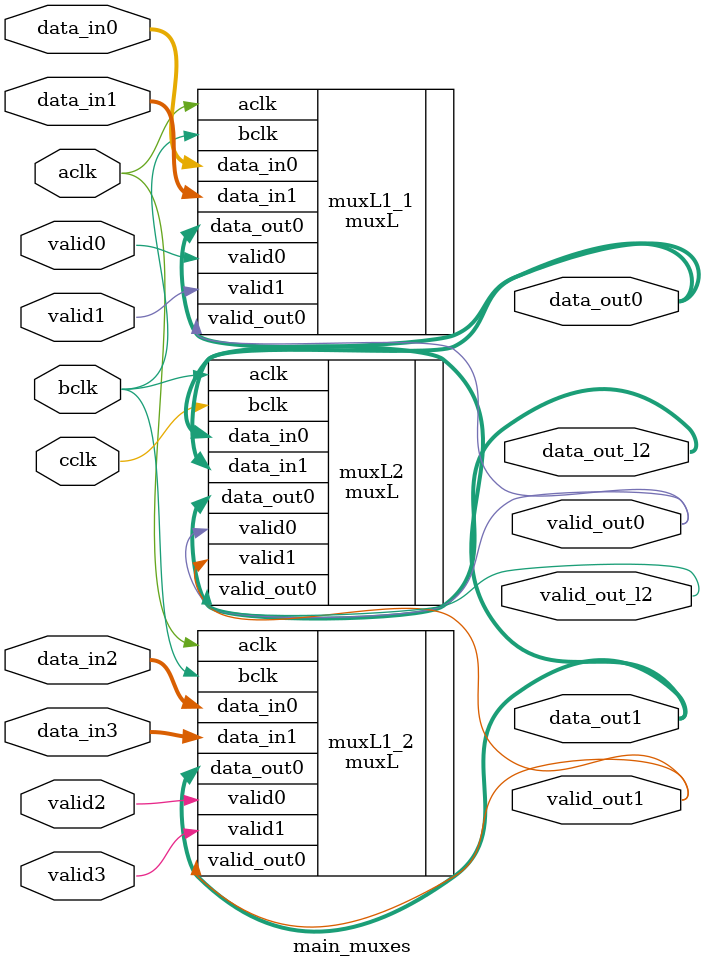
<source format=v>
`include "muxL2.v" // Ahora se incluyen los archivos de la descripcion 

module main_muxes(
   input aclk, bclk, cclk, valid0, valid1, valid2, valid3, 
   input [7:0] data_in0, data_in1, data_in2, data_in3,
   output [7:0] data_out_l2, data_out0, data_out1,
   output valid_out_l2, valid_out0, valid_out1
   );



   muxL muxL1_1 (
		    .aclk (aclk),
		    .bclk (bclk),
		    .valid0 (valid0),
		    .valid1 (valid1),
		    .data_in0 (data_in0),
		    .data_in1 (data_in1),
		    .valid_out0 (valid_out0),
		    .data_out0 (data_out0));

   
   muxL muxL1_2 (
		    .aclk (aclk),
		    .bclk (bclk),
		    .valid0 (valid2),
		    .valid1 (valid3),
		    .data_in0 (data_in2),
		    .data_in1 (data_in3),
		    .valid_out0 (valid_out1),
		    .data_out0 (data_out1));


   muxL muxL2 (
		    .aclk (bclk),
		    .bclk (cclk),
		    .valid0 (valid_out0),
		    .valid1 (valid_out1),
		    .data_in0 (data_out0),
		    .data_in1 (data_out1),
		    .valid_out0 (valid_out_l2),
		    .data_out0 (data_out_l2));

   
endmodule // BancoPruebas

</source>
